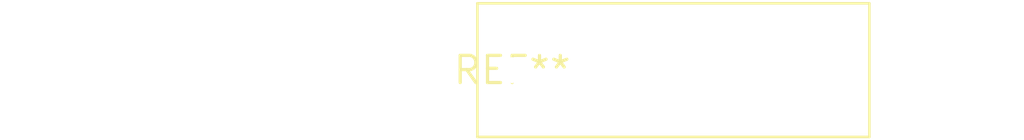
<source format=kicad_pcb>
(kicad_pcb (version 20240108) (generator pcbnew)
  (layers (0 "F.Cu" signal) (31 "B.Cu" signal) (34 "B.Paste" user) (35 "F.Paste" user) (36 "B.SilkS" user "B.Silkscreen") (37 "F.SilkS" user "F.Silkscreen") (38 "B.Mask" user) (39 "F.Mask" user) (44 "Edge.Cuts" user))
  (net 0 "")
  (footprint "C_Rect_L18.0mm_W6.0mm_P15.00mm_FKS3_FKP3" (layer "F.Cu") (at 0 0)
    (property "Reference" "REF**")
    (property "Value" "C_Rect_L18.0mm_W6.0mm_P15.00mm_FKS3_FKP3")
    (fp_line (start -1.62 -3.12) (end -1.62 3.12) (layer "F.SilkS") (stroke (width 0.12)))
    (fp_line (start -1.62 -3.12) (end 16.62 -3.12) (layer "F.SilkS") (stroke (width 0.12)))
    (fp_line (start -1.62 3.12) (end 16.62 3.12) (layer "F.SilkS") (stroke (width 0.12)))
    (fp_line (start 16.62 -3.12) (end 16.62 3.12) (layer "F.SilkS") (stroke (width 0.12)))
    (pad "1" thru_hole circle (at 0 0) (size 2.4 2.4) (drill 1.2) (layers *.Cu *.Mask) (remove_unused_layers))
    (pad "2" thru_hole circle (at 15 0) (size 2.4 2.4) (drill 1.2) (layers *.Cu *.Mask) (remove_unused_layers))
  )
)
</source>
